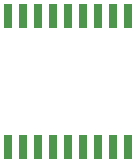
<source format=gbr>
G04 Layer_Color=255*
%FSLAX25Y25*%
%MOIN*%
%TF.FileFunction,Pads,Bot*%
%TF.Part,Single*%
G01*
G75*
%TA.AperFunction,ComponentPad*%
%ADD30R,0.03150X0.07874*%
D30*
X2697Y240D02*
D03*
X7697D02*
D03*
X12697D02*
D03*
X17697D02*
D03*
X22697D02*
D03*
X27697D02*
D03*
X32697D02*
D03*
X37697D02*
D03*
X42697D02*
D03*
Y44138D02*
D03*
X37697D02*
D03*
X32697D02*
D03*
X27697D02*
D03*
X22697D02*
D03*
X17697D02*
D03*
X12697D02*
D03*
X7697D02*
D03*
X2697D02*
D03*
%TF.MD5,dd6063b26ca2ac28eee1058de68f4365*%
M02*

</source>
